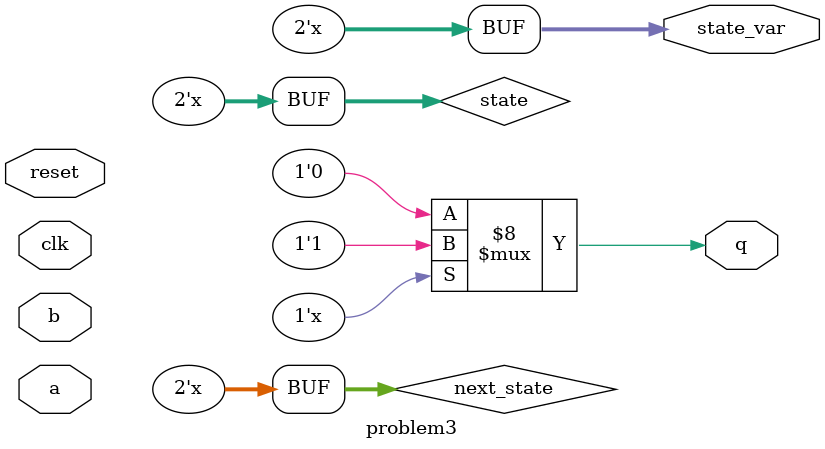
<source format=sv>
module problem3(input logic a,b,clk,reset,
output logic q,output logic[1:0]state_var);
logic[1:0] state,next_state;
always_ff@(posedge clk)
begin
if (reset)
state<=2'b00;
else
state<=next_state;
end
always_comb
begin
case(state)
2'b00:
begin
if(a==1'b1)
next_state=2'b01;
else
next_state=2'b00;
end
2'b01:
begin
if(b==1'b1)
next_state=2'b10;
else if(b==1'b0)
next_state=2'b00;
else
next_state=2'b01;
end
2'b10:
begin
next_state=2'b00;
end
default: state=next_state;
endcase
end
always_comb
case(state)
2'd0,2'd1:q=1'b0;
2'd2:q=1'b1;
default: q=1'b0;
endcase
assign state_var=state;
endmodule

/*module problem3(
input logic clk, reset, A, B,
output logic [1:0] state_var,
output Q
);
parameter S0 = 2'b00;
parameter S1 = 2'b01;
parameter S2 = 2'b10;
logic [1:0] state, next_state;
always_ff @(posedge clk) begin
if(reset)
state <= S0;
else
state <= next_state;
end
always_comb begin
case(state)
S0: begin
if (A==1'b1)
next_state = S1;
else
next_state = S0;
end
S1: begin
if (B==1'b1)
next_state = S2;
else if (B==1'b0)
next_state = S0;
else
next_state = S1;
end
S2: begin
next_state = S0;
end

default: next_state = state;
endcase
end
always_comb begin
case(state)
S0, S1: Q = 1'b0;
S2: Q = 1'b1;
default: Q = 1'b0;
endcase
end
assign state_var = state;
endmodule */
</source>
